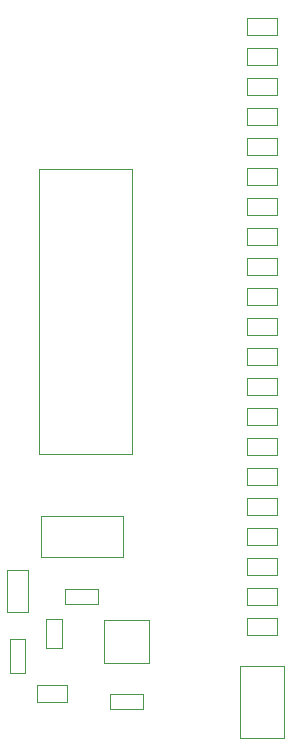
<source format=gbr>
G04 #@! TF.FileFunction,Other,User*
%FSLAX46Y46*%
G04 Gerber Fmt 4.6, Leading zero omitted, Abs format (unit mm)*
G04 Created by KiCad (PCBNEW 4.0.7) date 09/10/19 22:44:32*
%MOMM*%
%LPD*%
G01*
G04 APERTURE LIST*
%ADD10C,0.100000*%
%ADD11C,0.050000*%
G04 APERTURE END LIST*
D10*
D11*
X150440000Y-112520000D02*
X150440000Y-118620000D01*
X150440000Y-112520000D02*
X146740000Y-112520000D01*
X146740000Y-118620000D02*
X150440000Y-118620000D01*
X146740000Y-118620000D02*
X146740000Y-112520000D01*
X131950000Y-106030000D02*
X134750000Y-106030000D01*
X131950000Y-106030000D02*
X131950000Y-107330000D01*
X134750000Y-107330000D02*
X134750000Y-106030000D01*
X134750000Y-107330000D02*
X131950000Y-107330000D01*
X135760000Y-114920000D02*
X138560000Y-114920000D01*
X135760000Y-114920000D02*
X135760000Y-116220000D01*
X138560000Y-116220000D02*
X138560000Y-114920000D01*
X138560000Y-116220000D02*
X135760000Y-116220000D01*
X128780000Y-104450000D02*
X128780000Y-107950000D01*
X128780000Y-104450000D02*
X127030000Y-104450000D01*
X127030000Y-107950000D02*
X128780000Y-107950000D01*
X127030000Y-107950000D02*
X127030000Y-104450000D01*
X128550000Y-110300000D02*
X128550000Y-113100000D01*
X128550000Y-110300000D02*
X127250000Y-110300000D01*
X127250000Y-113100000D02*
X128550000Y-113100000D01*
X127250000Y-113100000D02*
X127250000Y-110300000D01*
X129850000Y-99850000D02*
X136850000Y-99850000D01*
X136850000Y-99850000D02*
X136850000Y-103350000D01*
X136850000Y-103350000D02*
X129850000Y-103350000D01*
X129850000Y-103350000D02*
X129850000Y-99850000D01*
X147340000Y-57720000D02*
X149840000Y-57720000D01*
X147340000Y-57720000D02*
X147340000Y-59120000D01*
X149840000Y-59120000D02*
X149840000Y-57720000D01*
X149840000Y-59120000D02*
X147340000Y-59120000D01*
X147340000Y-60260000D02*
X149840000Y-60260000D01*
X147340000Y-60260000D02*
X147340000Y-61660000D01*
X149840000Y-61660000D02*
X149840000Y-60260000D01*
X149840000Y-61660000D02*
X147340000Y-61660000D01*
X147340000Y-62800000D02*
X149840000Y-62800000D01*
X147340000Y-62800000D02*
X147340000Y-64200000D01*
X149840000Y-64200000D02*
X149840000Y-62800000D01*
X149840000Y-64200000D02*
X147340000Y-64200000D01*
X147340000Y-65340000D02*
X149840000Y-65340000D01*
X147340000Y-65340000D02*
X147340000Y-66740000D01*
X149840000Y-66740000D02*
X149840000Y-65340000D01*
X149840000Y-66740000D02*
X147340000Y-66740000D01*
X147340000Y-67880000D02*
X149840000Y-67880000D01*
X147340000Y-67880000D02*
X147340000Y-69280000D01*
X149840000Y-69280000D02*
X149840000Y-67880000D01*
X149840000Y-69280000D02*
X147340000Y-69280000D01*
X147340000Y-70420000D02*
X149840000Y-70420000D01*
X147340000Y-70420000D02*
X147340000Y-71820000D01*
X149840000Y-71820000D02*
X149840000Y-70420000D01*
X149840000Y-71820000D02*
X147340000Y-71820000D01*
X147340000Y-75500000D02*
X149840000Y-75500000D01*
X147340000Y-75500000D02*
X147340000Y-76900000D01*
X149840000Y-76900000D02*
X149840000Y-75500000D01*
X149840000Y-76900000D02*
X147340000Y-76900000D01*
X147340000Y-78040000D02*
X149840000Y-78040000D01*
X147340000Y-78040000D02*
X147340000Y-79440000D01*
X149840000Y-79440000D02*
X149840000Y-78040000D01*
X149840000Y-79440000D02*
X147340000Y-79440000D01*
X147340000Y-80580000D02*
X149840000Y-80580000D01*
X147340000Y-80580000D02*
X147340000Y-81980000D01*
X149840000Y-81980000D02*
X149840000Y-80580000D01*
X149840000Y-81980000D02*
X147340000Y-81980000D01*
X147340000Y-83120000D02*
X149840000Y-83120000D01*
X147340000Y-83120000D02*
X147340000Y-84520000D01*
X149840000Y-84520000D02*
X149840000Y-83120000D01*
X149840000Y-84520000D02*
X147340000Y-84520000D01*
X147340000Y-85660000D02*
X149840000Y-85660000D01*
X147340000Y-85660000D02*
X147340000Y-87060000D01*
X149840000Y-87060000D02*
X149840000Y-85660000D01*
X149840000Y-87060000D02*
X147340000Y-87060000D01*
X147340000Y-88200000D02*
X149840000Y-88200000D01*
X147340000Y-88200000D02*
X147340000Y-89600000D01*
X149840000Y-89600000D02*
X149840000Y-88200000D01*
X149840000Y-89600000D02*
X147340000Y-89600000D01*
X147340000Y-90740000D02*
X149840000Y-90740000D01*
X147340000Y-90740000D02*
X147340000Y-92140000D01*
X149840000Y-92140000D02*
X149840000Y-90740000D01*
X149840000Y-92140000D02*
X147340000Y-92140000D01*
X147340000Y-93280000D02*
X149840000Y-93280000D01*
X147340000Y-93280000D02*
X147340000Y-94680000D01*
X149840000Y-94680000D02*
X149840000Y-93280000D01*
X149840000Y-94680000D02*
X147340000Y-94680000D01*
X147340000Y-95820000D02*
X149840000Y-95820000D01*
X147340000Y-95820000D02*
X147340000Y-97220000D01*
X149840000Y-97220000D02*
X149840000Y-95820000D01*
X149840000Y-97220000D02*
X147340000Y-97220000D01*
X147340000Y-98360000D02*
X149840000Y-98360000D01*
X147340000Y-98360000D02*
X147340000Y-99760000D01*
X149840000Y-99760000D02*
X149840000Y-98360000D01*
X149840000Y-99760000D02*
X147340000Y-99760000D01*
X147340000Y-100900000D02*
X149840000Y-100900000D01*
X147340000Y-100900000D02*
X147340000Y-102300000D01*
X149840000Y-102300000D02*
X149840000Y-100900000D01*
X149840000Y-102300000D02*
X147340000Y-102300000D01*
X147340000Y-103440000D02*
X149840000Y-103440000D01*
X147340000Y-103440000D02*
X147340000Y-104840000D01*
X149840000Y-104840000D02*
X149840000Y-103440000D01*
X149840000Y-104840000D02*
X147340000Y-104840000D01*
X147340000Y-105980000D02*
X149840000Y-105980000D01*
X147340000Y-105980000D02*
X147340000Y-107380000D01*
X149840000Y-107380000D02*
X149840000Y-105980000D01*
X149840000Y-107380000D02*
X147340000Y-107380000D01*
X147340000Y-108520000D02*
X149840000Y-108520000D01*
X147340000Y-108520000D02*
X147340000Y-109920000D01*
X149840000Y-109920000D02*
X149840000Y-108520000D01*
X149840000Y-109920000D02*
X147340000Y-109920000D01*
X129550000Y-114200000D02*
X132050000Y-114200000D01*
X129550000Y-114200000D02*
X129550000Y-115600000D01*
X132050000Y-115600000D02*
X132050000Y-114200000D01*
X132050000Y-115600000D02*
X129550000Y-115600000D01*
X131700000Y-108550000D02*
X131700000Y-111050000D01*
X131700000Y-108550000D02*
X130300000Y-108550000D01*
X130300000Y-111050000D02*
X131700000Y-111050000D01*
X130300000Y-111050000D02*
X130300000Y-108550000D01*
X137620000Y-70500000D02*
X129720000Y-70500000D01*
X129720000Y-70500000D02*
X129720000Y-94600000D01*
X129720000Y-94600000D02*
X137620000Y-94600000D01*
X137620000Y-94600000D02*
X137620000Y-70500000D01*
X139060000Y-108690000D02*
X135260000Y-108690000D01*
X139060000Y-112290000D02*
X139060000Y-108690000D01*
X135260000Y-112290000D02*
X139060000Y-112290000D01*
X135260000Y-108690000D02*
X135260000Y-112290000D01*
X147340000Y-72960000D02*
X149840000Y-72960000D01*
X147340000Y-72960000D02*
X147340000Y-74360000D01*
X149840000Y-74360000D02*
X149840000Y-72960000D01*
X149840000Y-74360000D02*
X147340000Y-74360000D01*
M02*

</source>
